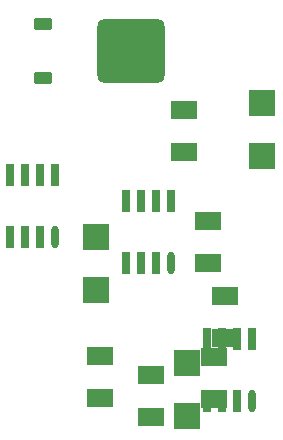
<source format=gbp>
G04 Layer_Color=128*
%FSLAX24Y24*%
%MOIN*%
G70*
G01*
G75*
G04:AMPARAMS|DCode=23|XSize=216.5mil|YSize=224.4mil|CornerRadius=27.1mil|HoleSize=0mil|Usage=FLASHONLY|Rotation=90.000|XOffset=0mil|YOffset=0mil|HoleType=Round|Shape=RoundedRectangle|*
%AMROUNDEDRECTD23*
21,1,0.2165,0.1703,0,0,90.0*
21,1,0.1624,0.2244,0,0,90.0*
1,1,0.0541,0.0851,0.0812*
1,1,0.0541,0.0851,-0.0812*
1,1,0.0541,-0.0851,-0.0812*
1,1,0.0541,-0.0851,0.0812*
%
%ADD23ROUNDEDRECTD23*%
G04:AMPARAMS|DCode=24|XSize=39.4mil|YSize=63mil|CornerRadius=4.9mil|HoleSize=0mil|Usage=FLASHONLY|Rotation=90.000|XOffset=0mil|YOffset=0mil|HoleType=Round|Shape=RoundedRectangle|*
%AMROUNDEDRECTD24*
21,1,0.0394,0.0532,0,0,90.0*
21,1,0.0295,0.0630,0,0,90.0*
1,1,0.0098,0.0266,0.0148*
1,1,0.0098,0.0266,-0.0148*
1,1,0.0098,-0.0266,-0.0148*
1,1,0.0098,-0.0266,0.0148*
%
%ADD24ROUNDEDRECTD24*%
%ADD25R,0.0880X0.0620*%
%ADD26R,0.0250X0.0750*%
%ADD27O,0.0250X0.0750*%
%ADD28R,0.0906X0.0906*%
D23*
X21307Y27800D02*
D03*
D24*
X18393Y28700D02*
D03*
X18393Y26900D02*
D03*
D25*
X23100Y24450D02*
D03*
Y25850D02*
D03*
X24450Y18250D02*
D03*
Y19650D02*
D03*
X24100Y16200D02*
D03*
Y17600D02*
D03*
X22000Y15600D02*
D03*
Y17000D02*
D03*
X20300Y16250D02*
D03*
Y17650D02*
D03*
X23900Y20750D02*
D03*
Y22150D02*
D03*
D26*
X17800Y21625D02*
D03*
X17300Y23675D02*
D03*
X18800D02*
D03*
X17800D02*
D03*
X17300Y21625D02*
D03*
X18300D02*
D03*
Y23675D02*
D03*
X24350Y16150D02*
D03*
X23850Y18200D02*
D03*
X25350D02*
D03*
X24350D02*
D03*
X23850Y16150D02*
D03*
X24850D02*
D03*
Y18200D02*
D03*
X21650Y20750D02*
D03*
X21150Y22800D02*
D03*
X22650D02*
D03*
X21650D02*
D03*
X21150Y20750D02*
D03*
X22150D02*
D03*
Y22800D02*
D03*
D27*
X18800Y21625D02*
D03*
X25350Y16150D02*
D03*
X22650Y20750D02*
D03*
D28*
X25700Y26072D02*
D03*
Y24300D02*
D03*
X23200Y17422D02*
D03*
Y15650D02*
D03*
X20150Y21622D02*
D03*
Y19850D02*
D03*
M02*

</source>
